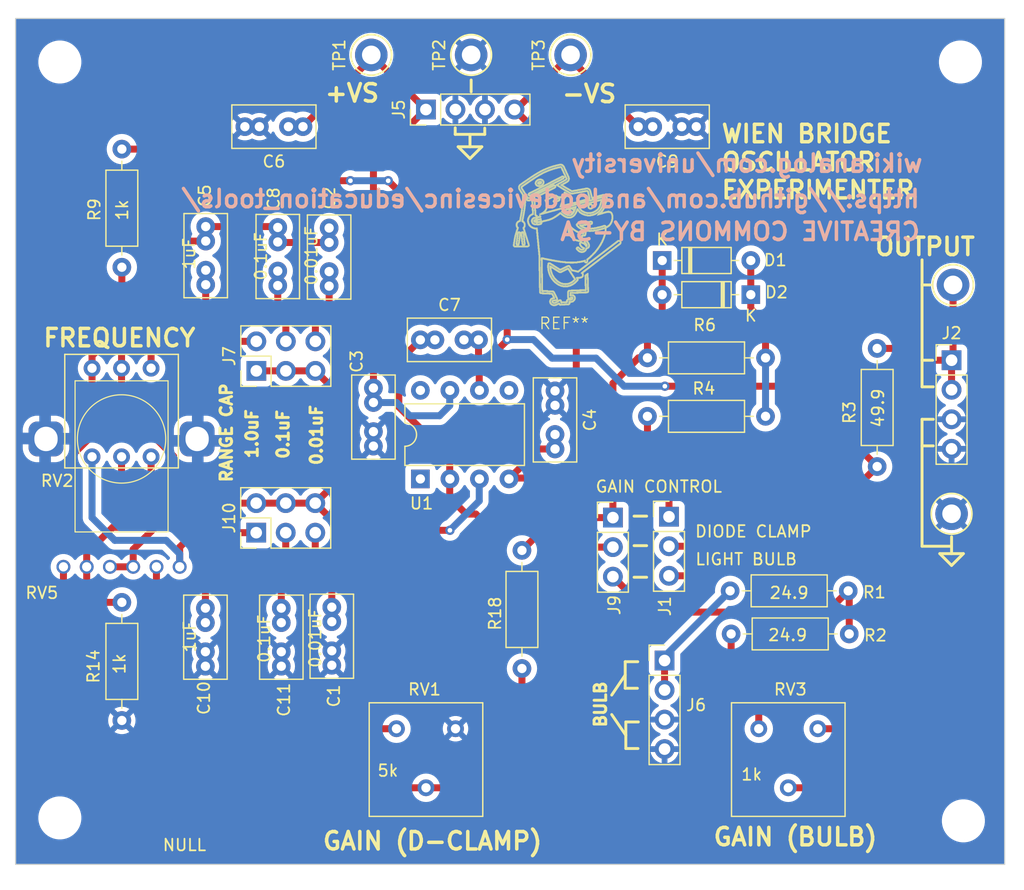
<source format=kicad_pcb>
(kicad_pcb (version 20240108) (generator "pcbnew") (generator_version "8.0")
  (layers (0 "F.Cu" signal) (31 "B.Cu" signal) (34 "B.Paste" user) (35 "F.Paste" user) (36 "B.SilkS" user "B.Silkscreen") (37 "F.SilkS" user "F.Silkscreen") (38 "B.Mask" user) (39 "F.Mask" user) (44 "Edge.Cuts" user))
  (net 0 "")
  (net 1 "GND")
  (net 2 "VSS")
  (net 3 "VCC")
  (net 4 "/NP1")
  (net 5 "/IN-")
  (net 6 "Net-(J2-Pin_1)")
  (net 7 "/NN")
  (net 8 "Net-(D1-A)")
  (net 9 "Net-(D1-K)")
  (net 10 "/OUT")
  (net 11 "/OUT_BULB")
  (net 12 "/FB_BULB")
  (net 13 "Net-(R18-Pad1)")
  (net 14 "Net-(R9-Pad2)")
  (net 15 "Net-(R14-Pad2)")
  (net 16 "Net-(J10-Pin_5)")
  (net 17 "Net-(J7-Pin_6)")
  (net 18 "Net-(C2-Pad2)")
  (net 19 "Net-(J7-Pin_2)")
  (net 20 "Net-(J7-Pin_4)")
  (net 21 "Net-(J10-Pin_1)")
  (net 22 "Net-(J10-Pin_3)")
  (net 23 "/IN+")
  (net 24 "Net-(J6-Pin_1)")
  (net 25 "Net-(R2-Pad1)")
  (net 26 "Net-(J1-Pin_1)")
  (footprint "MountingHole:MountingHole_3.2mm_M3" (layer "F.Cu") (at 187.071 59.309)
    (property "Reference" "H1")
    (property "Value" "MountingHole")
    (pad "" np_thru_hole circle (at 0 0) (size 3.2 3.2) (drill 3.2) (layers "F&B.Cu" "*.Mask"))
  )
  (footprint "Resistor_THT:R_Axial_DIN0207_L6.3mm_D2.5mm_P10.16mm_Horizontal" (layer "F.Cu") (at 170.307 89.789 180)
    (property "Reference" "R4" (at 5.3086 2.3876 0) (layer "F.SilkS"))
    (property "Value" "10k")
    (pad "1" thru_hole circle (at 0 0 180) (size 1.6 1.6) (drill 0.8) (layers "*.Cu" "*.Mask") (net 8 "Net-(D1-A)"))
    (pad "2" thru_hole oval (at 10.16 0 180) (size 1.6 1.6) (drill 0.8) (layers "*.Cu" "*.Mask") (net 26 "Net-(J1-Pin_1)"))
  )
  (footprint "Capacitor_THT:C_Rect_L7.0mm_W3.5mm_P2.50mm_P5.00mm" (layer "F.Cu") (at 140.6144 83.2104)
    (property "Reference" "C7" (at 2.5 -3 0) (layer "F.SilkS"))
    (property "Value" "22pF")
    (pad "1" thru_hole circle (at 0 0) (size 1.6 1.6) (drill 0.8) (layers "*.Cu" "*.Mask") (net 5 "/IN-"))
    (pad "1" thru_hole circle (at 1.25 0) (size 1.6 1.6) (drill 0.8) (layers "*.Cu" "*.Mask") (net 5 "/IN-"))
    (pad "2" thru_hole circle (at 3.75 0) (size 1.6 1.6) (drill 0.8) (layers "*.Cu" "*.Mask") (net 10 "/OUT"))
    (pad "2" thru_hole circle (at 5 0) (size 1.6 1.6) (drill 0.8) (layers "*.Cu" "*.Mask") (net 10 "/OUT"))
  )
  (footprint "TestPoint:TestPoint_Keystone_5005-5009_Compact" (layer "F.Cu") (at 136.391 58.6994 90)
    (property "Reference" "TP1" (at 0 -2.75 90) (layer "F.SilkS"))
    (property "Value" "TestPoint")
    (pad "1" thru_hole circle (at 0 0 90) (size 2.8 2.8) (drill 1.6) (layers "*.Cu" "*.Mask") (net 3 "VCC"))
  )
  (footprint "TestPoint:TestPoint_Keystone_5005-5009_Compact" (layer "F.Cu") (at 186.309 98.171)
    (property "Reference" "TP5")
    (property "Value" "TestPoint")
    (pad "1" thru_hole circle (at 0 0) (size 2.8 2.8) (drill 1.6) (layers "*.Cu" "*.Mask") (net 1 "GND"))
  )
  (footprint "Package_DIP:DIP-8_W7.62mm" (layer "F.Cu") (at 140.6144 95.1738 90)
    (property "Reference" "U1" (at -2.1082 0.1016 180) (layer "F.SilkS"))
    (property "Value" "OP97")
    (pad "1" thru_hole rect (at 0 0 90) (size 1.6 1.6) (drill 0.8) (layers "*.Cu" "*.Mask") (net 7 "/NN"))
    (pad "2" thru_hole oval (at 0 2.54 90) (size 1.6 1.6) (drill 0.8) (layers "*.Cu" "*.Mask") (net 5 "/IN-"))
    (pad "3" thru_hole oval (at 0 5.08 90) (size 1.6 1.6) (drill 0.8) (layers "*.Cu" "*.Mask") (net 23 "/IN+"))
    (pad "4" thru_hole oval (at 0 7.62 90) (size 1.6 1.6) (drill 0.8) (layers "*.Cu" "*.Mask") (net 2 "VSS"))
    (pad "5" thru_hole oval (at 7.62 7.62 90) (size 1.6 1.6) (drill 0.8) (layers "*.Cu" "*.Mask") (net 4 "/NP1"))
    (pad "6" thru_hole oval (at 7.62 5.08 90) (size 1.6 1.6) (drill 0.8) (layers "*.Cu" "*.Mask") (net 10 "/OUT"))
    (pad "7" thru_hole oval (at 7.62 2.54 90) (size 1.6 1.6) (drill 0.8) (layers "*.Cu" "*.Mask") (net 3 "VCC"))
    (pad "8" thru_hole oval (at 7.62 0 90) (size 1.6 1.6) (drill 0.8) (layers "*.Cu" "*.Mask"))
  )
  (footprint "Connector_PinHeader_2.54mm:PinHeader_1x03_P2.54mm_Vertical" (layer "F.Cu") (at 157.1752 98.5012)
    (property "Reference" "J9" (at 0.127 7.523 90) (layer "F.SilkS"))
    (property "Value" "Conn_01x03_Pin")
    (pad "1" thru_hole rect (at 0 0) (size 1.7 1.7) (drill 1) (layers "*.Cu" "*.Mask") (net 9 "Net-(D1-K)"))
    (pad "2" thru_hole oval (at 0 2.54) (size 1.7 1.7) (drill 1) (layers "*.Cu" "*.Mask") (net 5 "/IN-"))
    (pad "3" thru_hole oval (at 0 5.08) (size 1.7 1.7) (drill 1) (layers "*.Cu" "*.Mask") (net 12 "/FB_BULB"))
  )
  (footprint "Diode_THT:D_DO-35_SOD27_P7.62mm_Horizontal" (layer "F.Cu") (at 169.037 79.3242 180)
    (property "Reference" "D2" (at -2.2098 0.2032 0) (layer "F.SilkS"))
    (property "Value" "1N4148")
    (fp_text user "K" (at 0 -1.8 0) (layer "F.SilkS"))
    (pad "1" thru_hole rect (at 0 0 180) (size 1.6 1.6) (drill 0.8) (layers "*.Cu" "*.Mask") (net 8 "Net-(D1-A)"))
    (pad "2" thru_hole oval (at 7.62 0 180) (size 1.6 1.6) (drill 0.8) (layers "*.Cu" "*.Mask") (net 9 "Net-(D1-K)"))
  )
  (footprint "Capacitor_THT:C_Rect_L7.0mm_W3.5mm_P2.50mm_P5.00mm" (layer "F.Cu") (at 130.516 64.8716 180)
    (property "Reference" "C6" (at 2.5 -3 180) (layer "F.SilkS"))
    (property "Value" "1.0uF")
    (pad "1" thru_hole circle (at 0 0 180) (size 1.6 1.6) (drill 0.8) (layers "*.Cu" "*.Mask") (net 3 "VCC"))
    (pad "1" thru_hole circle (at 1.25 0 180) (size 1.6 1.6) (drill 0.8) (layers "*.Cu" "*.Mask") (net 3 "VCC"))
    (pad "2" thru_hole circle (at 3.75 0 180) (size 1.6 1.6) (drill 0.8) (layers "*.Cu" "*.Mask") (net 1 "GND"))
    (pad "2" thru_hole circle (at 5 0 180) (size 1.6 1.6) (drill 0.8) (layers "*.Cu" "*.Mask") (net 1 "GND"))
  )
  (footprint "Connector_PinHeader_2.54mm:PinHeader_2x03_P2.54mm_Vertical" (layer "F.Cu") (at 126.492 99.7966 90)
    (property "Reference" "J10" (at 1.27 -2.33 90) (layer "F.SilkS"))
    (property "Value" "Conn_02x03_Odd_Even")
    (pad "1" thru_hole rect (at 0 0 90) (size 1.7 1.7) (drill 1) (layers "*.Cu" "*.Mask") (net 21 "Net-(J10-Pin_1)"))
    (pad "2" thru_hole oval (at 2.54 0 90) (size 1.7 1.7) (drill 1) (layers "*.Cu" "*.Mask") (net 23 "/IN+"))
    (pad "3" thru_hole oval (at 0 2.54 90) (size 1.7 1.7) (drill 1) (layers "*.Cu" "*.Mask") (net 22 "Net-(J10-Pin_3)"))
    (pad "4" thru_hole oval (at 2.54 2.54 90) (size 1.7 1.7) (drill 1) (layers "*.Cu" "*.Mask") (net 23 "/IN+"))
    (pad "5" thru_hole oval (at 0 5.08 90) (size 1.7 1.7) (drill 1) (layers "*.Cu" "*.Mask") (net 16 "Net-(J10-Pin_5)"))
    (pad "6" thru_hole oval (at 2.54 5.08 90) (size 1.7 1.7) (drill 1) (layers "*.Cu" "*.Mask") (net 23 "/IN+"))
  )
  (footprint "Connector_PinHeader_2.54mm:PinHeader_1x03_P2.54mm_Vertical" (layer "F.Cu") (at 162.0012 98.425)
    (property "Reference" "J1" (at -0.3556 7.6962 90) (layer "F.SilkS"))
    (property "Value" "Conn_01x03_Pin")
    (pad "1" thru_hole rect (at 0 0) (size 1.7 1.7) (drill 1) (layers "*.Cu" "*.Mask") (net 26 "Net-(J1-Pin_1)"))
    (pad "2" thru_hole oval (at 0 2.54) (size 1.7 1.7) (drill 1) (layers "*.Cu" "*.Mask") (net 10 "/OUT"))
    (pad "3" thru_hole oval (at 0 5.08) (size 1.7 1.7) (drill 1) (layers "*.Cu" "*.Mask") (net 11 "/OUT_BULB"))
  )
  (footprint "Capacitor_THT:C_Rect_L7.0mm_W3.5mm_P2.50mm_P5.00mm" (layer "F.Cu") (at 152.1968 87.5976 -90)
    (property "Reference" "C4" (at 2.5 -3 -90) (layer "F.SilkS"))
    (property "Value" "1.0uF")
    (pad "1" thru_hole circle (at 0 0 270) (size 1.6 1.6) (drill 0.8) (layers "*.Cu" "*.Mask") (net 1 "GND"))
    (pad "1" thru_hole circle (at 1.25 0 270) (size 1.6 1.6) (drill 0.8) (layers "*.Cu" "*.Mask") (net 1 "GND"))
    (pad "2" thru_hole circle (at 3.75 0 270) (size 1.6 1.6) (drill 0.8) (layers "*.Cu" "*.Mask") (net 2 "VSS"))
    (pad "2" thru_hole circle (at 5 0 270) (size 1.6 1.6) (drill 0.8) (layers "*.Cu" "*.Mask") (net 2 "VSS"))
  )
  (footprint "TestPoint:TestPoint_Keystone_5005-5009_Compact" (layer "F.Cu") (at 186.436 78.486)
    (property "Reference" "TP4")
    (property "Value" "TestPoint")
    (pad "1" thru_hole circle (at 0 0) (size 2.8 2.8) (drill 1.6) (layers "*.Cu" "*.Mask") (net 6 "Net-(J2-Pin_1)"))
  )
  (footprint "MountingHole:MountingHole_3.2mm_M3" (layer "F.Cu") (at 109.601 59.309)
    (property "Reference" "H2")
    (property "Value" "MountingHole")
    (pad "" np_thru_hole circle (at 0 0) (size 3.2 3.2) (drill 3.2) (layers "*.Cu" "*.Mask"))
  )
  (footprint "Capacitor_THT:C_Rect_L7.0mm_W3.5mm_P2.50mm_P5.00mm" (layer "F.Cu") (at 122.1488 78.4656 90)
    (property "Reference" "C5" (at 7.6504 -0.0764 90) (layer "F.SilkS"))
    (property "Value" "1uF" (at 2.672 -1.4226 -90) (layer "F.SilkS"))
    (pad "1" thru_hole circle (at 0 0 90) (size 1.6 1.6) (drill 0.8) (layers "*.Cu" "*.Mask") (net 19 "Net-(J7-Pin_2)"))
    (pad "1" thru_hole circle (at 1.25 0 90) (size 1.6 1.6) (drill 0.8) (layers "*.Cu" "*.Mask") (net 19 "Net-(J7-Pin_2)"))
    (pad "2" thru_hole circle (at 3.75 0 90) (size 1.6 1.6) (drill 0.8) (layers "*.Cu" "*.Mask") (net 18 "Net-(C2-Pad2)"))
    (pad "2" thru_hole circle (at 5 0 90) (size 1.6 1.6) (drill 0.8) (layers "*.Cu" "*.Mask") (net 18 "Net-(C2-Pad2)"))
  )
  (footprint "MountingHole:MountingHole_3.2mm_M3" (layer "F.Cu") (at 187.325 124.587)
    (property "Reference" "H3")
    (property "Value" "MountingHole")
    (pad "" np_thru_hole circle (at 0 0) (size 3.2 3.2) (drill 3.2) (layers "*.Cu" "*.Mask"))
  )
  (footprint "Capacitor_THT:C_Rect_L7.0mm_W3.5mm_P2.50mm_P5.00mm" (layer "F.Cu") (at 132.9944 111.205 90)
    (property "Reference" "C1" (at -2.6378 0.1778 90) (layer "F.SilkS"))
    (property "Value" "0.01uF" (at 2.3406 -1.4224 90) (layer "F.SilkS"))
    (pad "1" thru_hole circle (at 0 0 90) (size 1.6 1.6) (drill 0.8) (layers "*.Cu" "*.Mask") (net 1 "GND"))
    (pad "1" thru_hole circle (at 1.25 0 90) (size 1.6 1.6) (drill 0.8) (layers "*.Cu" "*.Mask") (net 1 "GND"))
    (pad "2" thru_hole circle (at 3.75 0 90) (size 1.6 1.6) (drill 0.8) (layers "*.Cu" "*.Mask") (net 16 "Net-(J10-Pin_5)"))
    (pad "2" thru_hole circle (at 5 0 90) (size 1.6 1.6) (drill 0.8) (layers "*.Cu" "*.Mask") (net 16 "Net-(J10-Pin_5)"))
  )
  (footprint "Capacitor_THT:C_Rect_L7.0mm_W3.5mm_P2.50mm_P5.00mm" (layer "F.Cu") (at 164.3488 64.8716 180)
    (property "Reference" "C9" (at 2.5 -3 180) (layer "F.SilkS"))
    (property "Value" "1.0uF")
    (pad "1" thru_hole circle (at 0 0 180) (size 1.6 1.6) (drill 0.8) (layers "*.Cu" "*.Mask") (net 1 "GND"))
    (pad "1" thru_hole circle (at 1.25 0 180) (size 1.6 1.6) (drill 0.8) (layers "*.Cu" "*.Mask") (net 1 "GND"))
    (pad "2" thru_hole circle (at 3.75 0 180) (size 1.6 1.6) (drill 0.8) (layers "*.Cu" "*.Mask") (net 2 "VSS"))
    (pad "2" thru_hole circle (at 5 0 180) (size 1.6 1.6) (drill 0.8) (layers "*.Cu" "*.Mask") (net 2 "VSS"))
  )
  (footprint "Connector_PinHeader_2.54mm:PinHeader_1x04_P2.54mm_Vertical" (layer "F.Cu") (at 186.309 84.963)
    (property "Reference" "J2" (at 0 -2.33 0) (layer "F.SilkS"))
    (property "Value" "Conn_01x04_Pin")
    (pad "1" thru_hole rect (at 0 0) (size 1.7 1.7) (drill 1) (layers "*.Cu" "*.Mask") (net 6 "Net-(J2-Pin_1)"))
    (pad "2" thru_hole oval (at 0 2.54) (size 1.7 1.7) (drill 1) (layers "*.Cu" "*.Mask") (net 6 "Net-(J2-Pin_1)"))
    (pad "3" thru_hole oval (at 0 5.08) (size 1.7 1.7) (drill 1) (layers "*.Cu" "*.Mask") (net 1 "GND"))
    (pad "4" thru_hole oval (at 0 7.62) (size 1.7 1.7) (drill 1) (layers "*.Cu" "*.Mask") (net 1 "GND"))
  )
  (footprint "Potentiometer_THT:Potentiometer_Bourns_3386F_Vertical" (layer "F.Cu") (at 138.557 116.6622 -90)
    (property "Reference" "RV1" (at -3.3782 -2.413 0) (layer "F.SilkS"))
    (property "Value" "5k" (at 3.6068 0.7366 180) (layer "F.SilkS"))
    (pad "1" thru_hole circle (at 0 0 270) (size 1.44 1.44) (drill 0.8) (layers "*.Cu" "*.Mask") (net 13 "Net-(R18-Pad1)"))
    (pad "2" thru_hole circle (at 5.08 -2.54 270) (size 1.44 1.44) (drill 0.8) (layers "*.Cu" "*.Mask") (net 13 "Net-(R18-Pad1)"))
    (pad "3" thru_hole circle (at 0 -5.08 270) (size 1.44 1.44) (drill 0.8) (layers "*.Cu" "*.Mask") (net 1 "GND"))
  )
  (footprint "Capacitor_THT:C_Rect_L7.0mm_W3.5mm_P2.50mm_P5.00mm" (layer "F.Cu") (at 128.3462 78.5418 90)
    (property "Reference" "C8" (at 7.4726 -0.3556 90) (layer "F.SilkS"))
    (property "Value" "0.1uF" (at 2.5196 -1.4478 90) (layer "F.SilkS"))
    (pad "1" thru_hole circle (at 0 0 90) (size 1.6 1.6) (drill 0.8) (layers "*.Cu" "*.Mask") (net 20 "Net-(J7-Pin_4)"))
    (pad "1" thru_hole circle (at 1.25 0 90) (size 1.6 1.6) (drill 0.8) (layers "*.Cu" "*.Mask") (net 20 "Net-(J7-Pin_4)"))
    (pad "2" thru_hole circle (at 3.75 0 90) (size 1.6 1.6) (drill 0.8) (layers "*.Cu" "*.Mask") (net 18 "Net-(C2-Pad2)"))
    (pad "2" thru_hole circle (at 5 0 90) (size 1.6 1.6) (drill 0.8) (layers "*.Cu" "*.Mask") (net 18 "Net-(C2-Pad2)"))
  )
  (footprint "Resistor_THT:R_Axial_DIN0207_L6.3mm_D2.5mm_P10.16mm_Horizontal" (layer "F.Cu") (at 167.259 104.8004)
    (property "Reference" "R1" (at 12.4098 0.1278 0) (layer "F.SilkS"))
    (property "Value" "24.9" (at 5.08 0.1778 0) (layer "F.SilkS"))
    (pad "1" thru_hole circle (at 0 0) (size 1.6 1.6) (drill 0.8) (layers "*.Cu" "*.Mask") (net 24 "Net-(J6-Pin_1)"))
    (pad "2" thru_hole oval (at 10.16 0) (size 1.6 1.6) (drill 0.8) (layers "*.Cu" "*.Mask") (net 12 "/FB_BULB"))
  )
  (footprint "Capacitor_THT:C_Rect_L7.0mm_W3.5mm_P2.50mm_P5.00mm" (layer "F.Cu") (at 122.1232 111.2882 90)
    (property "Reference" "C10" (at -2.7324 -0.127 90) (layer "F.SilkS"))
    (property "Value" "1uF" (at 2.5508 -1.3462 90) (layer "F.SilkS"))
    (pad "1" thru_hole circle (at 0 0 90) (size 1.6 1.6) (drill 0.8) (layers "*.Cu" "*.Mask") (net 1 "GND"))
    (pad "1" thru_hole circle (at 1.25 0 90) (size 1.6 1.6) (drill 0.8) (layers "*.Cu" "*.Mask") (net 1 "GND"))
    (pad "2" thru_hole circle (at 3.75 0 90) (size 1.6 1.6) (drill 0.8) (layers "*.Cu" "*.Mask") (net 21 "Net-(J10-Pin_1)"))
    (pad "2" thru_hole circle (at 5 0 90) (size 1.6 1.6) (drill 0.8) (layers "*.Cu" "*.Mask") (net 21 "Net-(J10-Pin_1)"))
  )
  (footprint "Thoren Library:Potentiometer_Bourns_PRS12R-4x_Dual_Vertical" (layer "F.Cu") (at 109.9096 102.734)
    (property "Reference" "RV5" (at -1.858 2.2442 0) (layer "F.SilkS"))
    (property "Value" "R_Potentiometer_Dual")
    (pad "" thru_hole roundrect (at -1.5 -11 180) (size 3 3) (drill oval 2 2.1) (layers "*.Cu" "*.Mask"))
    (pad "" thru_hole roundrect (at 11.5 -11 180) (size 3 3) (drill oval 2 2.1) (layers "*.Cu" "*.Mask"))
    (pad "1" thru_hole circle (at 2 0 180) (size 1.2 1.2) (drill 0.8) (layers "*.Cu" "*.Mask") (net 15 "Net-(R14-Pad2)"))
    (pad "2" thru_hole circle (at 0 0 180) (size 1.2 1.2) (drill 0.8) (layers "*.Cu" "*.Mask") (net 15 "Net-(R14-Pad2)"))
    (pad "3" thru_hole circle (at 10 0 180) (size 1.2 1.2) (drill 0.8) (layers "*.Cu" "*.Mask") (net 23 "/IN+"))
    (pad "4" thru_hole circle (at 4 0 180) (size 1.2 1.2) (drill 0.8) (layers "*.Cu" "*.Mask") (net 18 "Net-(C2-Pad2)"))
    (pad "5" thru_hole circle (at 6 0 180) (size 1.2 1.2) (drill 0.8) (layers "*.Cu" "*.Mask") (net 18 "Net-(C2-Pad2)"))
    (pad "6" thru_hole circle (at 8 0 180) (size 1.2 1.2) (drill 0.8) (layers "*.Cu" "*.Mask") (net 14 "Net-(R9-Pad2)"))
  )
  (footprint "Connector_PinHeader_2.54mm:PinHeader_1x04_P2.54mm_Vertical" (layer "F.Cu") (at 161.6202 110.7948)
    (property "Reference" "J6" (at 2.7178 3.8354 0) (layer "F.SilkS"))
    (property "Value" "Conn_01x04_Pin")
    (pad "1" thru_hole rect (at 0 0) (size 1.7 1.7) (drill 1) (layers "*.Cu" "*.Mask") (net 24 "Net-(J6-Pin_1)"))
    (pad "2" thru_hole oval (at 0 2.54) (size 1.7 1.7) (drill 1) (layers "*.Cu" "*.Mask") (net 24 "Net-(J6-Pin_1)"))
    (pad "3" thru_hole oval (at 0 5.08) (size 1.7 1.7) (drill 1) (layers "*.Cu" "*.Mask") (net 1 "GND"))
    (pad "4" thru_hole oval (at 0 7.62) (size 1.7 1.7) (drill 1) (layers "*.Cu" "*.Mask") (net 1 "GND"))
  )
  (footprint "Resistor_THT:R_Axial_DIN0207_L6.3mm_D2.5mm_P10.16mm_Horizontal" (layer "F.Cu") (at 179.9082 94.107 90)
    (property "Reference" "R3" (at 4.6482 -2.3876 90) (layer "F.SilkS"))
    (property "Value" "49.9" (at 5.0292 0.0762 90) (layer "F.SilkS"))
    (pad "1" thru_hole circle (at 0 0 90) (size 1.6 1.6) (drill 0.8) (layers "*.Cu" "*.Mask") (net 10 "/OUT"))
    (pad "2" thru_hole oval (at 10.16 0 90) (size 1.6 1.6) (drill 0.8) (layers "*.Cu" "*.Mask") (net 6 "Net-(J2-Pin_1)"))
  )
  (footprint "Resistor_THT:R_Axial_DIN0207_L6.3mm_D2.5mm_P10.16mm_Horizontal" (layer "F.Cu") (at 114.935 115.951 90)
    (property "Reference" "R14" (at 4.6482 -2.4384 90) (layer "F.SilkS"))
    (property "Value" "1k" (at 4.8768 -0.2032 90) (layer "F.SilkS"))
    (pad "1" thru_hole circle (at 0 0 90) (size 1.6 1.6) (drill 0.8) (layers "*.Cu" "*.Mask") (net 1 "GND"))
    (pad "2" thru_hole oval (at 10.16 0 90) (size 1.6 1.6) (drill 0.8) (layers "*.Cu" "*.Mask") (net 15 "Net-(R14-Pad2)"))
  )
  (footprint "Connector_PinHeader_2.54mm:PinHeader_2x03_P2.54mm_Vertical" (layer "F.Cu") (at 126.5024 85.8774 90)
    (property "Reference" "J7" (at 1.27 -2.33 90) (layer "F.SilkS"))
    (property "Value" "Conn_02x03_Odd_Even")
    (pad "1" thru_hole rect (at 0 0 90) (size 1.7 1.7) (drill 1) (layers "*.Cu" "*.Mask") (net 23 "/IN+"))
    (pad "2" thru_hole oval (at 2.54 0 90) (size 1.7 1.7) (drill 1) (layers "*.Cu" "*.Mask") (net 19 "Net-(J7-Pin_2)"))
    (pad "3" thru_hole oval (at 0 2.54 90) (size 1.7 1.7) (drill 1) (layers "*.Cu" "*.Mask") (net 23 "/IN+"))
    (pad "4" thru_hole oval (at 2.54 2.54 90) (size 1.7 1.7) (drill 1) (layers "*.Cu" "*.Mask") (net 20 "Net-(J7-Pin_4)"))
    (pad "5" thru_hole oval (at 0 5.08 90) (size 1.7 1.7) (drill 1) (layers "*.Cu" "*.Mask") (net 23 "/IN+"))
    (pad "6" thru_hole oval (at 2.54 5.08 90) (size 1.7 1.7) (drill 1) (layers "*.Cu" "*.Mask") (net 17 "Net-(J7-Pin_6)"))
  )
  (footprint "Resistor_THT:R_Axial_DIN0207_L6.3mm_D2.5mm_P10.16mm_Horizontal" (layer "F.Cu") (at 160.147 84.7598)
    (property "Reference" "R6" (at 4.9276 -2.8194 0) (layer "F.SilkS"))
    (property "Value" "4.99k")
    (pad "1" thru_hole circle (at 0 0) (size 1.6 1.6) (drill 0.8) (layers "*.Cu" "*.Mask") (net 9 "Net-(D1-K)"))
    (pad "2" thru_hole oval (at 10.16 0) (size 1.6 1.6) (drill 0.8) (layers "*.Cu" "*.Mask") (net 8 "Net-(D1-A)"))
  )
  (footprint "Capacitor_THT:C_Rect_L7.0mm_W3.5mm_P2.50mm_P5.00mm" (layer "F.Cu") (at 128.651 111.2882 90)
    (property "Reference" "C11" (at -2.8848 0.2286 90) (layer "F.SilkS"))
    (property "Value" "0.1uF" (at 2.373 -1.4732 90) (layer "F.SilkS"))
    (pad "1" thru_hole circle (at 0 0 90) (size 1.6 1.6) (drill 0.8) (layers "*.Cu" "*.Mask") (net 1 "GND"))
    (pad "1" thru_hole circle (at 1.25 0 90) (size 1.6 1.6) (drill 0.8) (layers "*.Cu" "*.Mask") (net 1 "GND"))
    (pad "2" thru_hole circle (at 3.75 0 90) (size 1.6 1.6) (drill 0.8) (layers "*.Cu" "*.Mask") (net 22 "Net-(J10-Pin_3)"))
    (pad "2" thru_hole circle (at 5 0 90) (size 1.6 1.6) (drill 0.8) (layers "*.Cu" "*.Mask") (net 22 "Net-(J10-Pin_3)"))
  )
  (footprint "Capacitor_THT:C_Rect_L7.0mm_W3.5mm_P2.50mm_P5.00mm" (layer "F.Cu") (at 132.7658 78.5876 90)
    (property "Reference" "C2" (at 7.5692 0 90) (layer "F.SilkS"))
    (property "Value" "0.01uF" (at 2.6162 -1.524 90) (layer "F.SilkS"))
    (pad "1" thru_hole circle (at 0 0 90) (size 1.6 1.6) (drill 0.8) (layers "*.Cu" "*.Mask") (net 17 "Net-(J7-Pin_6)"))
    (pad "1" thru_hole circle (at 1.25 0 90) (size 1.6 1.6) (drill 0.8) (layers "*.Cu" "*.Mask") (net 17 "Net-(J7-Pin_6)"))
    (pad "2" thru_hole circle (at 3.75 0 90) (size 1.6 1.6) (drill 0.8) (layers "*.Cu" "*.Mask") (net 18 "Net-(C2-Pad2)"))
    (pad "2" thru_hole circle (at 5 0 90) (size 1.6 1.6) (drill 0.8) (layers "*.Cu" "*.Mask") (net 18 "Net-(C2-Pad2)"))
  )
  (footprint "Potentiometer_THT:Potentiometer_Bourns_3386F_Vertical" (layer "F.Cu") (at 169.7228 116.6622 -90)
    (property "Reference" "RV3" (at -3.3782 -2.7178 180) (layer "F.SilkS"))
    (property "Value" "1k" (at 3.937 0.6096 0) (layer "F.SilkS"))
    (pad "1" thru_hole circle (at 0 0 270) (size 1.44 1.44) (drill 0.8) (layers "*.Cu" "*.Mask") (net 25 "Net-(R2-Pad1)"))
    (pad "2" thru_hole circle (at 5.08 -2.54 270) (size 1.44 1.44) (drill 0.8) (layers "*.Cu" "*.Mask") (net 11 "/OUT_BULB"))
    (pad "3" thru_hole circle (at 0 -5.08 270) (size 1.44 1.44) (drill 0.8) (layers "*.Cu" "*.Mask") (net 11 "/OUT_BULB"))
  )
  (footprint "Resistor_THT:R_Axial_DIN0207_L6.3mm_D2.5mm_P10.16mm_Horizontal" (layer "F.Cu") (at 114.935 66.802 -90)
    (property "Reference" "R9" (at 5.207 2.3622 90) (layer "F.SilkS"))
    (property "Value" "1k" (at 5.2324 -0.0254 90) (layer "F.SilkS"))
    (pad "1" thru_hole circle (at 0 0 270) (size 1.6 1.6) (drill 0.8) (layers "*.Cu" "*.Mask") (net 10 "/OUT"))
    (pad "2" thru_hole oval (at 10.16 0 270) (size 1.6 1.6) (drill 0.8) (layers "*.Cu" "*.Mask") (net 14 "Net-(R9-Pad2)"))
  )
  (footprint "TestPoint:TestPoint_Keystone_5005-5009_Compact" (layer "F.Cu") (at 144.981 58.6994 90)
    (property "Reference" "TP2" (at 0 -2.75 90) (layer "F.SilkS"))
    (property "Value" "TestPoint")
    (pad "1" thru_hole circle (at 0 0 90) (size 2.8 2.8) (drill 1.6) (layers "*.Cu" "*.Mask") (net 1 "GND"))
  )
  (footprint "Capacitor_THT:C_Rect_L7.0mm_W3.5mm_P2.50mm_P5.00mm" (layer "F.Cu") (at 136.5758 87.3528 -90)
    (property "Reference" "C3" (at -2.2882 1.4478 -90) (layer "F.SilkS"))
    (property "Value" "1.0uF")
    (pad "1" thru_hole circle (at 0 0 270) (size 1.6 1.6) (drill 0.8) (layers "*.Cu" "*.Mask") (net 3 "VCC"))
    (pad "1" thru_hole circle (at 1.25 0 270) (size 1.6 1.6) (drill 0.8) (layers "*.Cu" "*.Mask") (net 3 "VCC"))
    (pad "2" thru_hole circle (at 3.75 0 270) (size 1.6 1.6) (drill 0.8) (layers "*.Cu" "*.Mask") (net 1 "GND"))
    (pad "2" thru_hole circle (at 5 0 270) (size 1.6 1.6) (drill 0.8) (layers "*.Cu" "*.Mask") (net 1 "GND"))
  )
  (footprint "Thoren Library:Potentiometer_Bourns_3386F_Vertical" (layer "F.Cu") (at 112.3696 93.2688 90)
    (property "Reference" "RV2" (at -2.0694 -2.9972 180) (layer "F.SilkS"))
    (property "Value" "R_Potentiometer_Dual")
    (pad "1" thru_hole circle (at 0 5.08 90) (size 1.44 1.44) (drill 0.8) (layers "*.Cu" "*.Mask") (net 15 "Net-(R14-Pad2)"))
    (pad "2" thru_hole circle (at 0 2.54 90) (size 1.44 1.44) (drill 0.8) (layers "*.Cu" "*.Mask") (net 15 "Net-(R14-Pad2)"))
    (pad "3" thru_hole circle (at 0 0 90) (size 1.44 1.44) (drill 0.8) (layers "*.Cu" "*.Mask") (net 23 "/IN+"))
    (pad "4" thru_hole circle (at 7.62 5.08 90) (size 1.44 1.44) (drill 0.8) (layers "*.Cu" "*.Mask") (net 18 "Net-(C2-Pad2)"))
    (pad "5" thru_hole circle (at 7.62 2.54 90) (size 1.44 1.44) (drill 0.8) (layers "*.Cu" "*.Mask") (net 18 "Net-(C2-Pad2)"))
    (pad "6" thru_hole circle (at 7.62 0 90) (size 1.44 1.44) (drill 0.8) (layers "*.Cu" "*.Mask") (net 14 "Net-(R9-Pad2)"))
  )
  (footprint "Thoren Library:Proffessor" (layer "F.Cu") (at 152.9842 82.296)
    (property "Reference" "REF**" (at 0 -0.5 0) (layer "F.SilkS") (effects (font (thickness 0.1))))
    (property "Value" "Proffessor")
  )
  (footprint "Resistor_THT:R_Axial_DIN0207_L6.3mm_D2.5mm_P10.16mm_Horizontal" (layer "F.Cu") (at 149.352 111.4806 90)
    (property "Reference" "R18" (at 4.7244 -2.3114 90) (layer "F.SilkS"))
    (property "Value" "4.99k")
    (pad "1" thru_hole circle (at 0 0 90) (size 1.6 1.6) (drill 0.8) (layers "*.Cu" "*.Mask") (net 13 "Net-(R18-Pad1)"))
    (pad "2" thru_hole oval (at 10.16 0 90) (size 1.6 1.6) (drill 0.8) (layers "*.Cu" "*.Mask") (net 9 "Net-(D1-K)"))
  )
  (footprint "TestPoint:TestPoint_Keystone_5005-5009_Compact" (layer "F.Cu") (at 153.536 58.6994 90)
    (property "Reference" "TP3" (at 0 -2.75 90) (layer "F.SilkS"))
    (property "Value" "TestPoint")
    (pad "1" thru_hole circle (at 0 0 90) (size 2.8 2.8) (drill 1.6) (layers "*.Cu" "*.Mask") (net 2 "VSS"))
  )
  (footprint "Connector_PinHeader_2.54mm:PinHeader_1x04_P2.54mm_Vertical" (layer "F.Cu") (at 141.09 63.3984 90)
    (property "Reference" "J5" (at 0 -2.33 90) (layer "F.SilkS"))
    (property "Value" "Conn_01x04_Pin")
    (pad "1" thru_hole rect (at 0 0 90) (size 1.7 1.7) (drill 1) (layers "*.Cu" "*.Mask") (net 3 "VCC"))
    (pad "2" thru_hole oval (at 0 2.54 90) (size 1.7 1.7) (drill 1) (layers "*.Cu" "*.Mask") (net 1 "GND"))
    (pad "3" thru_hole oval (at 0 5.08 90) (size 1.7 1.7) (drill 1) (layers "*.Cu" "*.Mask") (net 1 "GND"))
    (pad "4" thru_hole oval (at 0 7.62 90) (size 1.7 1.7) (drill 1) (layers "*.Cu" "*.Mask") (net 2 "VSS"))
  )
  (footprint "Diode_THT:D_DO-35_SOD27_P7.62mm_Horizontal" (layer "F.Cu") (at 161.417 76.3838)
    (property "Reference" "D1" (at 9.7282 -0.0314 0) (layer "F.SilkS"))
    (property "Value" "1N4148")
    (fp_text user "K" (at 0 -1.8 0) (layer "F.SilkS"))
    (pad "1" thru_hole rect (at 0 0) (size 1.6 1.6) (drill 0.8) (layers "*.Cu" "*.Mask") (net 9 "Net-(D1-K)"))
    (pad "2" thru_hole oval (at 7.62 0) (size 1.6 1.6) (drill 0.8) (layers "*.Cu" "*.Mask") (net 8 "Net-(D1-A)"))
  )
  (footprint "MountingHole:MountingHole_3.2mm_M3" (layer "F.Cu") (at 109.601 124.333)
    (property "Reference" "H4")
    (property "Value" "MountingHole")
    (pad "" np_thru_hole circle (at 0 0) (size 3.2 3.2) (drill 3.2) (layers "*.Cu" "*.Mask"))
  )
  (footprint "Resistor_THT:R_Axial_DIN0207_L6.3mm_D2.5mm_P10.16mm_Horizontal" (layer "F.Cu") (at 167.346 108.508)
    (property "Reference" "R2" (at 12.4098 0.1278 0) (layer "F.SilkS"))
    (property "Value" "24.9" (at 4.866 0.1024 0) (layer "F.SilkS"))
    (pad "1" thru_hole circle (at 0 0) (size 1.6 1.6) (drill 0.8) (layers "*.Cu" "*.Mask") (net 25 "Net-(R2-Pad1)"))
    (pad "2" thru_hole oval (at 10.16 0) (size 1.6 1.6) (drill 0.8) (layers "*.Cu" "*.Mask") (net 12 "/FB_BULB"))
  )
  (gr_line (start 118.6561 91.8972) (end 124.2695 91.8972) (stroke (width 1)) (layer "B.Cu") (net 1))
  (gr_line (start 106.299 91.694) (end 110.7186 91.7194) (stroke (width 1)) (layer "B.Cu") (net 1))
  (gr_line (start 108.331 88.8492) (end 108.331 94.4626) (stroke (width 1)) (layer "B.Cu") (net 1))
  (gr_line (start 121.4628 89.0905) (end 121.4628 94.7039) (stroke (width 1)) (layer "B.Cu") (net 1))
  (gr_line (start 183.769 90.043) (end 184.7342 90.043) (stroke (width 0.25)) (layer "F.SilkS"))
  (gr_line (start 187.325 101.6) (end 186.309 101.6) (stroke (width 0.25)) (layer "F.SilkS"))
  (gr_line (start 158.99765 100.9142) (end 160.07715 100.9142) (stroke (width 0.25)) (layer "F.SilkS"))
  (gr_line (start 157.0736 113.7666) (end 158.23565 112.0394) (stroke (width 0.25)) (layer "F.SilkS"))
  (gr_line (start 158.28645 116.078) (end 158.28645 118.364) (stroke (width 0.25)) (layer "F.SilkS"))
  (gr_line (start 183.769 76.327) (end 183.769 87.249) (stroke (width 0.25)) (layer "F.SilkS"))
  (gr_line (start 183.769 84.963) (end 184.6834 84.963) (stroke (width 0.25)) (layer "F.SilkS"))
  (gr_line (start 158.99765 98.3742) (end 160.07715 98.3742) (stroke (width 0.25)) (layer "F.SilkS"))
  (gr_line (start 185.293 101.6) (end 186.309 102.616) (stroke (width 0.25)) (layer "F.SilkS"))
  (gr_line (start 143.8656 66.5988) (end 144.8816 67.6148) (stroke (width 0.25)) (layer "F.SilkS"))
  (gr_line (start 143.6116 64.9732) (end 143.6116 65.532) (stroke (width 0.25)) (layer "F.SilkS"))
  (gr_line (start 183.769 92.329) (end 184.7342 92.329) (stroke (width 0.25)) (layer "F.SilkS"))
  (gr_line (start 144.9832 60.8584) (end 144.9832 61.8744) (stroke (width 0.25)) (layer "F.SilkS"))
  (gr_line (start 145.8976 66.5988) (end 144.8816 66.5988) (stroke (width 0.25)) (layer "F.SilkS"))
  (gr_line (start 158.28645 116.078) (end 159.36595 116.078) (stroke (width 0.25)) (layer "F.SilkS"))
  (gr_line (start 186.309 100.1522) (end 186.309 101.6) (stroke (width 0.25)) (layer "F.SilkS"))
  (gr_line (start 144.8816 65.532) (end 144.8816 66.548) (stroke (width 0.25)) (layer "F.SilkS"))
  (gr_line (start 186.309 101.6) (end 185.293 101.6) (stroke (width 0.25)) (layer "F.SilkS"))
  (gr_line (start 144.8816 66.5988) (end 143.8656 66.5988) (stroke (width 0.25)) (layer "F.SilkS"))
  (gr_line (start 158.99765 103.632) (end 160.07715 103.632) (stroke (width 0.25)) (layer "F.SilkS"))
  (gr_line (start 158.23565 110.8964) (end 159.31515 110.8964) (stroke (width 0.25)) (layer "F.SilkS"))
  (gr_line (start 158.23565 110.8964) (end 158.23565 113.1824) (stroke (width 0.25)) (layer "F.SilkS"))
  (gr_line (start 146.1516 64.9986) (end 146.1516 65.532) (stroke (width 0.25)) (layer "F.SilkS"))
  (gr_line (start 144.8816 67.6148) (end 145.8976 66.5988) (stroke (width 0.25)) (layer "F.SilkS"))
  (gr_line (start 183.769 100.965) (end 183.769 90.043) (stroke (width 0.25)) (layer "F.SilkS"))
  (gr_line (start 183.769 87.249) (end 184.7342 87.249) (stroke (width 0.25)) (layer "F.SilkS"))
  (gr_line (start 183.769 100.965) (end 186.309 100.965) (stroke (width 0.25)) (layer "F.SilkS"))
  (gr_line (start 183.769 78.486) (end 184.4802 78.486) (stroke (width 0.25)) (layer "F.SilkS"))
  (gr_line (start 158.28645 118.364) (end 159.3342 118.364) (stroke (width 0.25)) (layer "F.SilkS"))
  (gr_line (start 143.6116 65.532) (end 146.1516 65.532) (stroke (width 0.25)) (layer "F.SilkS"))
  (gr_line (start 186.309 102.616) (end 187.325 101.6) (stroke (width 0.25)) (layer "F.SilkS"))
  (gr_line (start 157.0736 115.443) (end 158.28645 117.221) (stroke (width 0.25)) (layer "F.SilkS"))
  (gr_line (start 158.23565 113.1824) (end 159.2834 113.1824) (stroke (width 0.25)) (layer "F.SilkS"))
  (gr_rect (start 105.791 55.5625) (end 190.881 128.3335) (stroke (width 0.1)) (fill none) (layer "Edge.Cuts"))
  (gr_text "wiki.analog.com/university" (at 183.9722 68.9102 0) (layer "B.SilkS") (effects (font (size 1.5 1.5) (thickness 0.3) (bold yes)) (justify left bottom mirror)))
  (gr_text "https://github.com/analogdevicesinc/education_tools/" (at 183.7182 71.9582 0) (layer "B.SilkS") (effects (font (size 1.5 1.5) (thickness 0.3) (bold yes)) (justify left bottom mirror)))
  (gr_text "CREATIVE COMMONS BY-SA" (at 183.7436 74.7776 0) (layer "B.SilkS") (effects (font (size 1.5 1.5) (thickness 0.3) (bold yes)) (justify left bottom mirror)))
  (gr_text "DIODE CLAMP" (at 164.1602 100.2792 0) (layer "F.SilkS") (effects (font (size 1 1)) (justify left bottom)))
  (gr_text "NULL" (at 118.364 127.254 0) (layer "F.SilkS") (effects (font (size 1 1)) (justify left bottom)))
  (gr_text "FREQUENCY" (at 108.0262 83.9216 0) (layer "F.SilkS") (effects (font (size 1.5 1.5) (thickness 0.3) (bold yes)) (justify left bottom)))
  (gr_text "0.1uF" (at 129.3876 93.5736 90) (layer "F.SilkS") (effects (font (size 1 1) (thickness 0.25) (bold yes)) (justify left bottom)))
  (gr_text "GAIN (BULB)" (at 172.8724 126.8476 0) (layer "F.SilkS") (effects (font (size 1.5 1.5) (thickness 0.3) (bold yes)) (justify bottom)))
  (gr_text "+VS" (at 132.2578 62.865 0) (layer "F.SilkS") (effects (font (size 1.5 1.5) (thickness 0.3) (bold yes)) (justify left bottom)))
  (gr_text "1.0uF" (at 126.7206 93.5228 90) (layer "F.SilkS") (effects (font (size 1 1) (thickness 0.25) (bold yes)) (justify left bottom)))
  (gr_text "WIEN BRIDGE\nOSCILLATOR\nEXPERIMENTER" (at 166.37 71.1962 0) (layer "F.SilkS") (effects (font (size 1.5 1.5) (thickness 0.3) (bold yes)) (justify left bottom)))
  (gr_text "LIGHT BULB" (at 164.1856 102.6668 0) (layer "F.SilkS") (effects (font (size 1 1)) (justify left bottom)))
  (gr_text "BULB" (at 156.6926 116.6622 90) (layer "F.SilkS") (effects (font (size 1 1) (thickness 0.25) (bold yes)) (justify left bottom)))
  (gr_text "RANGE CAP" (at 124.5108 95.5802 90) (layer "F.SilkS") (effects (font (size 1 1) (thickness 0.25) (bold yes)) (justify left bottom)))
  (gr_text "0.01uF" (at 132.2578 94.107 90) (layer "F.SilkS") (effects (font (size 1 1) (thickness 0.25) (bold yes)) (justify left bottom)))
  (gr_text "GAIN CONTROL" (at 155.6004 96.4184 0) (layer "F.SilkS") (effects (font (size 1 1)) (justify left bottom)))
  (gr_text "GAIN (D-CLAMP)" (at 141.6558 127.2032 0) (layer "F.SilkS") (effects (font (size 1.5 1.5) (thickness 0.3) (bold yes)) (justify bottom)))
  (gr_text "-VS" (at 152.654 62.9158 0) (layer "F.SilkS") (effects (font (size 1.5 1.5) (thickness 0.3) (bold yes)) (justify left bottom)))
  (gr_text "OUTPUT" (at 179.578 76.073 0) (layer "F.SilkS") (effects (font (size 1.5 1.5) (thickness 0.3) (bold yes)) (justify left bottom)))
  (segment (start 159.3488 64.8716) (end 153.536 59.0588) (width 0.6) (layer "F.Cu") (net 2))
  (segment (start 152.1968 95.0976) (end 154.0256 93.2688) (width 0.6) (layer "F.Cu") (net 2))
  (segment (start 152.1968 95.0976) (end 148.3544 95.0976) (width 0.6) (layer "F.Cu") (net 2))
  (segment (start 154.0256 93.2688) (end 154.0256 68.714) (width 0.6) (layer "F.Cu") (net 2))
  (segment (start 153.536 59.0588) (end 153.536 58.6994) (width 0.6) (layer "F.Cu") (net 2))
  (segment (start 154.0256 68.714) (end 148.71 63.3984) (width 0.6) (layer "F.Cu") (net 2))
  (segment (start 148.837 63.3984) (end 148.71 63.3984) (width 0.6) (layer "F.Cu") (net 2))
  (segment (start 153.536 58.6994) (end 148.837 63.3984) (width 0.6) (layer "F.Cu") (net 2))
  (segment (start 152.1968 92.5976) (end 150.8106 92.5976) (width 0.6) (layer "F.Cu") (net 2))
  (segment (start 150.8106 92.5976) (end 148.209 95.1992) (width 0.6) (layer "F.Cu") (net 2))
  (segment (start 148.3544 95.0976) (end 148.2182 95.2338) (width 0.6) (layer "F.Cu") (net 2))
  (segment (start 136.391 58.6994) (end 141.09 63.3984) (width 0.6) (layer "F.Cu") (net 3))
  (segment (start 130.516 64.8716) (end 136.391 58.9966) (width 0.6) (layer "F.Cu") (net 3))
  (segment (start 136.5758 67.8815) (end 141.0589 63.3984) (width 0.6) (layer "F.Cu") (net 3))
  (segment (start 136.391 58.9966) (end 136.391 58.6994) (width 0.6) (layer "F.Cu") (net 3))
  (segment (start 141.0589 63.3984) (end 141.09 63.3984) (width 0.6) (layer "F.Cu") (net 3))
  (segment (start 136.5758 87.3528) (end 136.5758 67.8815) (width 0.6) (layer "F.Cu") (net 3))
  (segment (start 139.7 89.7382) (end 142.2654 89.7382) (width 0.6) (layer "B.Cu") (net 3))
  (segment (start 136.5758 87.3528) (end 136.5758 88.3412) (width 0.6) (layer "B.Cu") (net 3))
  (segment (start 136.5758 88.6028) (end 138.5646 88.6028) (width 0.6) (layer "B.Cu") (net 3))
  (segment (start 143.1382 88.8654) (end 143.1382 87.6138) (width 0.6) (layer "B.Cu") (net 3))
  (segment (start 138.5646 88.6028) (end 139.7 89.7382) (width 0.6) (layer "B.Cu") (net 3))
  (segment (start 142.2654 89.7382) (end 143.1382 88.8654) (width 0.6) (layer "B.Cu") (net 3))
  (segment (start 157.1752 101.0412) (end 153.0858 101.0412) (width 0.6) (layer "F.Cu") (net 5))
  (segment (start 148.1328 103.4796) (end 147.1168 102.4636) (width 0.6) (layer "F.Cu") (net 5))
  (segment (start 145.3896 98.1964) (end 144.5514 98.1964) (width 0.6) (layer "F.Cu") (net 5))
  (segment (start 147.1168 102.4636) (end 147.1168 99.9236) (width 0.6) (layer "F.Cu") (net 5))
  (segment (start 147.1168 99.9236) (end 145.3896 98.1964) (width 0.6) (layer "F.Cu") (net 5))
  (segment (start 140.6144 83.2104) (end 138.7602 85.0646) (width 0.6) (layer "F.Cu") (net 5))
  (segment (start 144.5514 98.1964) (end 143.1382 96.7832) (width 0.6) (layer "F.Cu") (net 5))
  (segment (start 150.6474 103.4796) (end 148.1328 103.4796) (width 0.6) (layer "F.Cu") (net 5))
  (segment (start 143.1382 93.3542) (end 143.1382 95.2338) (width 0.6) (layer "F.Cu") (net 5))
  (segment (start 138.7602 88.9762) (end 143.1382 93.3542) (width 0.6) (layer "F.Cu") (net 5))
  (segment (start 138.7602 85.0646) (end 138.7602 88.9762) (width 0.6) (layer "F.Cu") (net 5))
  (segment (start 153.0858 101.0412) (end 150.6474 103.4796) (width 0.6) (layer "F.Cu") (net 5))
  (segment (start 143.1382 96.7832) (end 143.1382 95.2338) (width 0.6) (layer "F.Cu") (net 5))
  (segment (start 186.309 87.503) (end 186.309 84.963) (width 0.6) (layer "F.Cu") (net 6))
  (segment (start 186.436 78.486) (end 186.436 84.836) (width 0.6) (layer "F.Cu") (net 6))
  (segment (start 186.309 84.963) (end 184.2262 84.963) (width 0.6) (layer "F.Cu") (net 6))
  (segment (start 186.436 84.836) (end 186.309 84.963) (width 0.6) (layer "F.Cu") (net 6))
  (segment (start 183.2102 83.947) (end 179.9082 83.947) (width 0.6) (layer "F.Cu") (net 6))
  (segment (start 184.2262 84.963) (end 183.2102 83.947) (width 0.6) (layer "F.Cu") (net 6))
  (segment (start 169.037 80.5434) (end 170.307 81.8134) (width 0.6) (layer "F.Cu") (net 8))
  (segment (start 169.037 79.3242) (end 169.037 80.5434) (width 0.6) (layer "F.Cu") (net 8))
  (segment (start 169.037 76.3838) (end 169.037 79.3242) (width 0.6) (layer "F.Cu") (net 8))
  (segment (start 170.307 81.8134) (end 170.307 84.7598) (width 0.6) (layer "F.Cu") (net 8))
  (segment (start 170.307 84.7598) (end 170.307 89.789) (width 0.6) (layer "B.Cu") (net 8))
  (segment (start 159.371229 84.7598) (end 160.147 84.7598) (width 0.6) (layer "F.Cu") (net 9))
  (segment (start 157.1752 98.5012) (end 152.1714 98.5012) (width 0.6) (layer "F.Cu") (net 9))
  (segment (start 152.1714 98.5012) (end 149.352 101.3206) (width 0.6) (layer "F.Cu") (net 9))
  (segment (start 161.417 81.2546) (end 160.147 82.5246) (width 0.6) (layer "F.Cu") (net 9))
  (segment (start 157.1752 86.955829) (end 159.371229 84.7598) (width 0.6) (layer "F.Cu") (net 9))
  (segment (start 161.417 76.3838) (end 161.417 79.3242) (width 0.6) (layer "F.Cu") (net 9))
  (segment (start 161.417 79.3242) (end 161.417 81.2546) (width 0.6) (layer "F.Cu") (net 9))
  (segment (start 160.147 82.5246) (end 160.147 84.7598) (width 0.6) (layer "F.Cu") (net 9))
  (segment (start 157.1752 98.5012) (end 157.1752 86.955829) (width 0.6) (layer "F.Cu") (net 9))
  (segment (start 145.6782 85.6466) (end 148.1144 83.2104) (width 0.6) (layer "F.Cu") (net 10))
  (segment (start 117.602 66.802) (end 114.935 66.802) (width 0.6) (layer "F.Cu") (net 10))
  (segment (start 137.8458 69.5198) (end 148.082 79.756) (width 0.6) (layer "F.Cu") (net 10))
  (segment (start 148.082 83.185) (end 148.1144 83.2104) (width 0.6) (layer "F.Cu") (net 10))
  (segment (start 172.9994 87.1982) (end 176.7586 90.9574) (width 0.6) (layer "F.Cu") (net 10))
  (segment (start 134.5946 69.5198) (end 120.3198 69.5198) (width 0.6) (layer "F.Cu") (net 10))
  (segment (start 161.6456 87.1982) (end 172.9994 87.1982) (width 0.6) (layer "F.Cu") (net 10))
  (segment (start 120.3198 69.5198) (end 117.602 66.802) (width 0.6) (layer "F.Cu") (net 10))
  (segment (start 145.6782 85.6466) (end 145.6144 85.5828) (width 0.6) (layer "F.Cu") (net 10))
  (segment (start 162.0012 100.965) (end 173.0502 100.965) (width 0.6) (layer "F.Cu") (net 10))
  (segment (start 148.082 79.756) (end 148.082 83.185) (width 0.6) (layer "F.Cu") (net 10))
  (segment (start 176.7586 90.9574) (end 179.9082 94.107) (width 0.6) (layer "F.Cu") (net 10))
  (segment (start 145.6782 87.6138) (end 145.6782 85.6466) (width 0.6) (layer "F.Cu") (net 10))
  (segment (start 173.0502 100.965) (end 179.9082 94.107) (width 0.6) (layer "F.Cu") (net 10))
  (segment (start 145.6144 85.5828) (end 145.6144 83.2104) (width 0.6) (layer "F.Cu") (net 10))
  (via (at 137.8458 69.5198) (size 0.8) (drill 0.4) (layers "F.Cu" "B.Cu") (net 10))
  (via (at 161.6456 87.1982) (size 0.8) (drill 0.4) (layers "F.Cu" "B.Cu") (net 10))
  (via (at 148.082 83.185) (size 0.8) (drill 0.4) (layers "F.Cu" "B.Cu") (net 10))
  (via (at 134.5946 69.5198) (size 0.8) (drill 0.4) (layers "F.Cu" "B.Cu") (net 10))
  (segment (start 151.9428 84.7852) (end 155.7274 84.7852) (width 0.6) (layer "B.Cu") (net 10))
  (segment (start 150.3426 83.185) (end 151.9428 84.7852) (width 0.6) (layer "B.Cu") (net 10))
  (segment (start 134.5946 69.5198) (end 137.8458 69.5198) (width 0.6) (layer "B.Cu") (net 10))
  (segment (start 148.082 83.185) (end 150.3426 83.185) (width 0.6) (layer "B.Cu") (net 10))
  (segment (start 155.7274 84.7852) (end 158.1404 87.1982) (width 0.6) (layer "B.Cu") (net 10))
  (segment (start 158.1404 87.1982) (end 161.6456 87.1982) (width 0.6) (layer "B.Cu") (net 10))
  (segment (start 178.7144 116.6622) (end 179.705 117.6528) (width 0.6) (layer "F.Cu") (net 11))
  (segment (start 174.8028 116.6622) (end 178.7144 116.6622) (width 0.6) (layer "F.Cu") (net 11))
  (segment (start 162.0012 103.505) (end 163.9062 103.505) (width 0.6) (layer "F.Cu") (net 11))
  (segment (start 179.705 117.6528) (end 179.705 120.6754) (width 0.6) (layer "F.Cu") (net 11))
  (segment (start 179.5272 102.5652) (end 180.213 103.251) (width 0.6) (layer "F.Cu") (net 11))
  (segment (start 180.213 103.251) (end 180.213 115.1636) (width 0.6) (layer "F.Cu") (net 11))
  (segment (start 163.9062 103.505) (end 164.846 102.5652) (width 0.6) (layer "F.Cu") (net 11))
  (segment (start 180.213 115.1636) (end 178.7144 116.6622) (width 0.6) (layer "F.Cu") (net 11))
  (segment (start 178.6382 121.7422) (end 172.2628 121.7422) (width 0.6) (layer "F.Cu") (net 11))
  (segment (start 179.705 120.6754) (end 178.6382 121.7422) (width 0.6) (layer "F.Cu") (net 11))
  (segment (start 164.846 102.5652) (end 179.5272 102.5652) (width 0.6) (layer "F.Cu") (net 11))
  (segment (start 175.5902 106.6292) (end 177.419 104.8004) (width 0.6) (layer "F.Cu") (net 12))
  (segment (start 177.506 108.508) (end 177.506 104.8874) (width 0.6) (layer "F.Cu") (net 12))
  (segment (start 177.506 104.8874) (end 177.419 104.8004) (width 0.6) (layer "F.Cu") (net 12))
  (segment (start 157.1752 103.5812) (end 160.2232 106.6292) (width 0.6) (layer "F.Cu") (net 12))
  (segment (start 160.2232 106.6292) (end 175.5902 106.6292) (width 0.6) (layer "F.Cu") (net 12))
  (segment (start 149.352 116.0018) (end 147.4216 117.9322) (width 0.6) (layer "F.Cu") (net 13))
  (segment (start 143.6116 121.7422) (end 147.4216 117.9322) (width 0.6) (layer "F.Cu") (net 13))
  (segment (start 149.352 111.4806) (end 149.352 116.0018) (width 0.6) (layer "F.Cu") (net 13))
  (segment (start 134.3914 117.9964) (end 134.3914 120.2316) (width 0.6) (layer "F.Cu") (net 13))
  (segment (start 135.7256 116.6622) (end 134.3914 117.9964) (width 0.6) (layer "F.Cu") (net 13))
  (segment (start 134.3914 120.2316) (end 135.902 121.7422) (width 0.6) (layer "F.Cu") (net 13))
  (segment (start 138.557 116.6622) (end 135.7256 116.6622) (width 0.6) (layer "F.Cu") (net 13))
  (segment (start 135.902 121.7422) (end 141.097 121.7422) (width 0.6) (layer "F.Cu") (net 13))
  (segment (start 141.097 121.7422) (end 143.6116 121.7422) (width 0.6) (layer "F.Cu") (net 13))
  (segment (start 108.5342 108.1024) (end 116.2304 108.1024) (width 0.6) (layer "F.Cu") (net 14))
  (segment (start 114.9604 81.9912) (end 112.395 84.5566) (width 0.6) (layer "F.Cu") (net 14))
  (segment (start 114.935 81.9658) (end 114.9604 81.9912) (width 0.6) (layer "F.Cu") (net 14))
  (segment (start 112.395 84.5566) (end 112.3696 84.5566) (width 0.6) (layer "F.Cu") (net 14))
  (segment (start 107.6198 107.188) (end 108.5342 108.1024) (width 0.6) (layer "F.Cu") (net 14))
  (segment (start 112.3696 91.44) (end 107.6198 96.1898) (width 0.6) (layer "F.Cu") (net 14))
  (segment (start 107.6198 96.1898) (end 107.6198 107.188) (width 0.6) (layer "F.Cu") (net 14))
  (segment (start 116.2304 108.1024) (end 117.9096 106.4232) (width 0.6) (layer "F.Cu") (net 14))
  (segment (start 114.935 76.962) (end 114.935 81.9658) (width 0.6) (layer "F.Cu") (net 14))
  (segment (start 117.9096 106.4232) (end 117.9096 102.734) (width 0.6) (layer "F.Cu") (net 14))
  (segment (start 112.3696 84.5566) (end 112.3696 91.44) (width 0.6) (layer "F.Cu") (net 14))
  (segment (start 114.9096 99.2632) (end 114.9858 99.3394) (width 0.6) (layer "F.Cu") (net 15))
  (segment (start 111.9096 104.1428) (end 111.9096 102.734) (width 0.6) (layer "F.Cu") (net 15))
  (segment (start 112.3442 105.791) (end 111.3028 104.7496) (width 0.6) (layer "F.Cu") (net 15))
  (segment (start 111.9096 102.734) (end 111.9096 101.5774) (width 0.6) (layer "F.Cu") (net 15))
  (segment (start 114.9858 99.3394) (end 116.1034 99.3394) (width 0.6) (layer "F.Cu") (net 15))
  (segment (start 114.935 105.791) (end 112.3442 105.791) (width 0.6) (layer "F.Cu") (net 15))
  (segment (start 114.9096 93.2688) (end 114.9096 99.2632) (width 0.6) (layer "F.Cu") (net 15))
  (segment (start 110.49 104.7496) (end 111.3028 104.7496) (width 0.6) (layer "F.Cu") (net 15))
  (segment (start 116.1034 99.3394) (end 117.4496 97.9932) (width 0.6) (layer "F.Cu") (net 15))
  (segment (start 109.9096 104.1692) (end 110.49 104.7496) (width 0.6) (layer "F.Cu") (net 15))
  (segment (start 117.4496 97.9932) (end 117.4496 93.2688) (width 0.6) (layer "F.Cu") (net 15))
  (segment (start 114.1476 99.3394) (end 114.9858 99.3394) (width 0.6) (layer "F.Cu") (net 15))
  (segment (start 111.3028 104.7496) (end 111.9096 104.1428) (width 0.6) (layer "F.Cu") (net 15))
  (segment (start 109.9096 102.734) (end 109.9096 104.1692) (width 0.6) (layer "F.Cu") (net 15))
  (segment (start 111.9096 101.5774) (end 114.1476 99.3394) (width 0.6) (layer "F.Cu") (net 15))
  (segment (start 131.572 101.7524) (end 132.9944 103.1748) (width 0.6) (layer "F.Cu") (net 16))
  (segment (start 131.572 99.7966) (end 131.572 101.7524) (width 0.6) (layer "F.Cu") (net 16))
  (segment (start 132.9944 103.1748) (end 132.9944 106.205) (width 0.6) (layer "F.Cu") (net 16))
  (segment (start 131.5824 81.8284) (end 132.7658 80.645) (width 0.6) (layer "F.Cu") (net 17))
  (segment (start 131.5824 83.3374) (end 131.5824 81.8284) (width 0.6) (layer "F.Cu") (net 17))
  (segment (start 132.7658 80.645) (end 132.7658 78.5876) (width 0.6) (layer "F.Cu") (net 17))
  (segment (start 114.9096 84.1502) (end 115.57 83.4898) (width 0.6) (layer "F.Cu") (net 18))
  (segment (start 117.6401 82.7913) (end 118.2624 82.169) (width 0.6) (layer "F.Cu") (net 18))
  (segment (start 115.57 83.4898) (end 116.9416 83.4898) (width 0.6) (layer "F.Cu") (net 18))
  (segment (start 114.9096 88.7476) (end 119.38 93.218) (width 0.6) (layer "F.Cu") (net 18))
  (segment (start 118.2624 82.169) (end 118.2624 75.311) (width 0.6) (layer "F.Cu") (net 18))
  (segment (start 128.27 73.4656) (end 128.3462 73.5418) (width 0.6) (layer "F.Cu") (net 18))
  (segment (start 119.38 97.7646) (end 115.9096 101.235) (width 0.6) (layer "F.Cu") (net 18))
  (segment (start 116.9416 83.4898) (end 117.6401 82.7913) (width 0.6) (layer "F.Cu") (net 18))
  (segment (start 114.9096 88.7476) (end 114.9096 85.6488) (width 0.6) (layer "F.Cu") (net 18))
  (segment (start 117.4496 85.6488) (end 117.4496 82.9818) (width 0.6) (layer "F.Cu") (net 18))
  (segment (start 115.9096 102.734) (end 113.9096 102.734) (width 0.6) (layer "F.Cu") (net 18))
  (segment (start 128.392 74.8376) (end 128.3462 74.7918) (width 0.6) (layer "F.Cu") (net 18))
  (segment (start 117.4496 82.9818) (end 117.6401 82.7913) (width 0.6) (layer "F.Cu") (net 18))
  (segment (start 122.1488 73.4656) (end 128.27 73.4656) (width 0.6) (layer "F.Cu") (net 18))
  (segment (start 114.9096 85.6488) (end 114.9096 84.1502) (width 0.6) (layer "F.Cu") (net 18))
  (segment (start 132.7658 74.8376) (end 128.392 74.8376) (width 0.6) (layer "F.Cu") (net 18))
  (segment (start 119.38 93.218) (end 119.38 97.7646) (width 0.6) (layer "F.Cu") (net 18))
  (segment (start 118.2624 75.311) (end 118.8578 74.7156) (width 0.6) (layer "F.Cu") (net 18))
  (segment (start 118.8578 74.7156) (end 122.1488 74.7156) (width 0.6) (layer "F.Cu") (net 18))
  (segment (start 115.9096 101.235) (end 115.9096 102.734) (width 0.6) (layer "F.Cu") (net 18))
  (segment (start 122.1488 78.4656) (end 122.1488 81.3818) (width 0.6) (layer "F.Cu") (net 19))
  (segment (start 124.1044 83.3374) (end 126.5024 83.3374) (width 0.6) (layer "F.Cu") (net 19))
  (segment (start 122.1488 81.3818) (end 124.1044 83.3374) (width 0.6) (layer "F.Cu") (net 19))
  (segment (start 128.3462 78.5418) (end 128.3462 80.7212) (width 0.6) (layer "F.Cu") (net 20))
  (segment (start 128.3462 80.7212) (end 129.0424 81.4174) (width 0.6) (layer "F.Cu") (net 20))
  (segment (start 129.0424 81.4174) (end 129.0424 83.3374) (width 0.6) (layer "F.Cu") (net 20))
  (segment (start 122.1232 102.108) (end 122.1232 106.2882) (width 0.6) (layer "F.Cu") (net 21))
  (segment (start 124.4346 99.7966) (end 122.1232 102.108) (width 0.6) (layer "F.Cu") (net 21))
  (segment (start 126.492 99.7966) (end 124.4346 99.7966) (width 0.6) (layer "F.Cu") (net 21))
  (segment (start 129.032 102.743) (end 128.651 103.124) (width 0.6) (layer "F.Cu") (net 22))
  (segment (start 129.032 99.7966) (end 129.032 102.743) (width 0.6) (layer "F.Cu") (net 22))
  (segment (start 128.651 103.124) (end 128.651 106.2882) (width 0.6) (layer "F.Cu") (net 22))
  (segment (start 129.0424 85.8774) (end 131.5824 85.8774) (width 0.6) (layer "F.Cu") (net 23))
  (segment (start 131.572 97.2566) (end 133.5532 95.2754) (width 0.6) (layer "F.Cu") (net 23))
  (segment (start 133.5532 87.8482) (end 133.5532 95.2754) (width 0.6) (layer "F.Cu") (net 23))
  (segment (start 119.9096 101.045) (end 119.9096 102.734) (width 0.6) (layer "F.Cu") (net 23))
  (segment (start 126.492 97.2566) (end 123.698 97.2566) (width 0.6) (layer "F.Cu") (net 23))
  (segment (start 126.492 97.2566) (end 129.032 97.2566) (width 0.6) (layer "F.Cu") (net 23))
  (segment (start 123.698 97.2566) (end 119.9096 101.045) (width 0.6) (layer "F.Cu") (net 23))
  (segment (start 133.9088 99.5934) (end 131.572 97.2566) (width 0.6) (layer "F.Cu") (net 23))
  (segment (start 129.032 97.2566) (end 131.572 97.2566) (width 0.6) (layer "F.Cu") (net 23))
  (segment (start 143.1544 99.5934) (end 133.9088 99.5934) (width 0.6) (layer "F.Cu") (net 23))
  (segment (start 131.5824 85.8774) (end 133.5532 87.8482) (width 0.6) (layer "F.Cu") (net 23))
  (segment (start 126.5024 85.8774) (end 129.0424 85.8774) (width 0.6) (layer "F.Cu") (net 23))
  (via (at 143.1544 99.5934) (size 0.8) (drill 0.4) (layers "F.Cu" "B.Cu") (net 23))
  (segment (start 145.6782 95.2338) (end 145.6782 97.0696) (width 0.6) (layer "B.Cu") (net 23))
  (segment (start 118.745 100.457) (end 114.3254 100.457) (width 0.6) (layer "B.Cu") (net 23))
  (segment (start 119.9096 101.6216) (end 118.745 100.457) (width 0.6) (layer "B.Cu") (net 23))
  (segment (start 112.3696 98.5012) (end 112.3696 93.2688) (width 0.6) (layer "B.Cu") (net 23))
  (segment (start 114.3254 100.457) (end 112.3696 98.5012) (width 0.6) (layer "B.Cu") (net 23))
  (segment (start 145.6782 97.0696) (end 143.1544 99.5934) (width 0.6) (layer "B.Cu") (net 23))
  (segment (start 119.9096 102.734) (end 119.9096 101.6216) (width 0.6) (layer "B.Cu") (net 23))
  (segment (start 161.6202 110.7948) (end 161.6202 113.3348) (width 0.6) (layer "F.Cu") (net 24))
  (segment (start 167.259 104.8004) (end 161.6202 110.4392) (width 0.6) (layer "B.Cu") (net 24))
  (segment (start 169.7228 112.9284) (end 169.7228 116.6622) (width 0.6) (layer "F.Cu") (net 25))
  (segment (start 169.7482 112.903) (end 169.7228 112.9284) (width 0.6) (layer "F.Cu") (net 25))
  (segment (start 167.346 110.5008) (end 169.7482 112.903) (width 0.6) (layer "F.Cu") (net 25))
  (segment (start 167.346 108.508) (end 167.346 110.5008) (width 0.6) (layer "F.Cu") (net 25))
  (segment (start 160.147 89.789) (end 160.147 92.5322) (width 0.6) (layer "F.Cu") (net 26))
  (segment (start 160.147 92.5322) (end 162.0012 94.3864) (width 0.6) (layer "F.Cu") (net 26))
  (segment (start 162.0012 94.3864) (end 162.0012 98.425) (width 0.6) (layer "F.Cu") (net 26))
  (zone (net 1) (net_name "GND") (layer "B.Cu") (connect_pads (clearance 0.5)) (min_thickness 0.25) (fill yes (thermal_gap 0.375) (thermal_bridge_width 0.5))
    (polygon (pts (xy 104.521 53.975) (xy 192.151 53.975) (xy 192.151 130.556) (xy 104.521 130.556) (xy 104.521 112.395)))
  )
)
</source>
